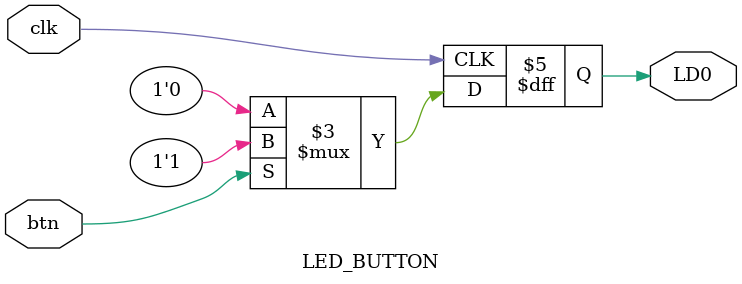
<source format=v>
`timescale 1ns / 1ps

module LED_BUTTON(
    input wire clk,  // 100 MHz
    input wire btn,  // Button input
    output reg LD0
);
    // Assign LED output based on the state
    always @(posedge clk) begin
        if (btn) begin
            LD0 <= 1;  // LED on
        end else begin
            LD0 <= 0;  // LED off
        end
    end

endmodule
</source>
